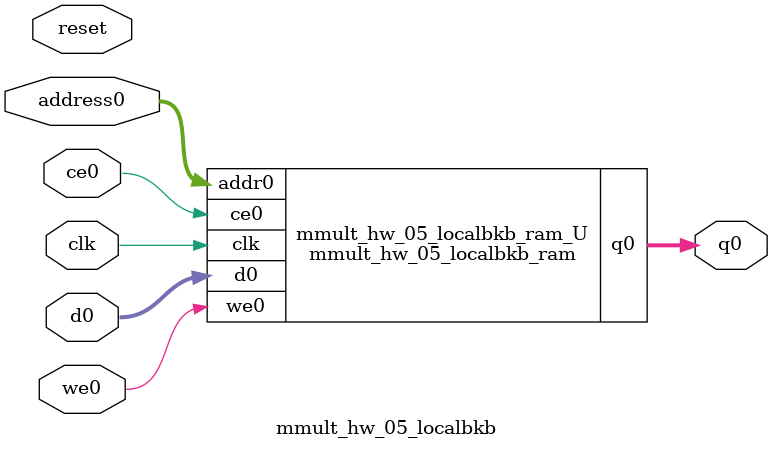
<source format=v>
`timescale 1 ns / 1 ps
module mmult_hw_05_localbkb_ram (addr0, ce0, d0, we0, q0,  clk);

parameter DWIDTH = 32;
parameter AWIDTH = 9;
parameter MEM_SIZE = 512;

input[AWIDTH-1:0] addr0;
input ce0;
input[DWIDTH-1:0] d0;
input we0;
output reg[DWIDTH-1:0] q0;
input clk;

(* ram_style = "block" *)reg [DWIDTH-1:0] ram[0:MEM_SIZE-1];




always @(posedge clk)  
begin 
    if (ce0) begin
        if (we0) 
            ram[addr0] <= d0; 
        q0 <= ram[addr0];
    end
end


endmodule

`timescale 1 ns / 1 ps
module mmult_hw_05_localbkb(
    reset,
    clk,
    address0,
    ce0,
    we0,
    d0,
    q0);

parameter DataWidth = 32'd32;
parameter AddressRange = 32'd512;
parameter AddressWidth = 32'd9;
input reset;
input clk;
input[AddressWidth - 1:0] address0;
input ce0;
input we0;
input[DataWidth - 1:0] d0;
output[DataWidth - 1:0] q0;



mmult_hw_05_localbkb_ram mmult_hw_05_localbkb_ram_U(
    .clk( clk ),
    .addr0( address0 ),
    .ce0( ce0 ),
    .we0( we0 ),
    .d0( d0 ),
    .q0( q0 ));

endmodule


</source>
